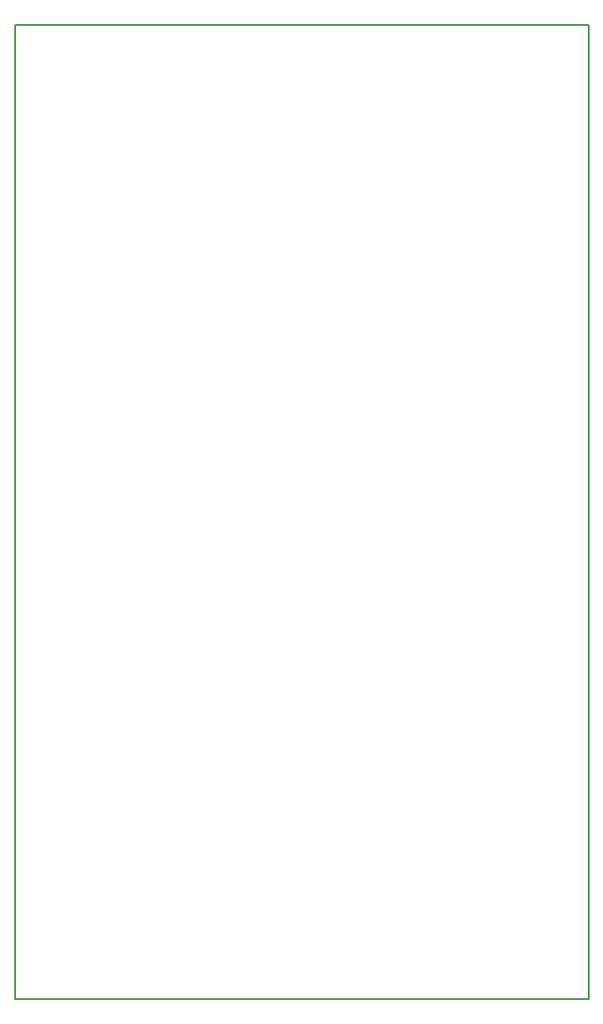
<source format=gbr>
G04 DipTrace 3.0.0.1*
G04 BoardOutline.gbr*
%MOIN*%
G04 #@! TF.FileFunction,Profile*
G04 #@! TF.Part,Single*
%ADD11C,0.005512*%
%FSLAX26Y26*%
G04*
G70*
G90*
G75*
G01*
G04 BoardOutline*
%LPD*%
X2539369Y393701D2*
D11*
X393701D1*
Y4035433D1*
X2539369D1*
Y393701D1*
M02*

</source>
